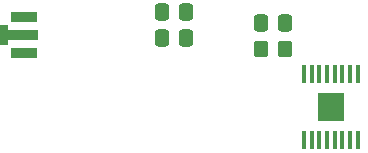
<source format=gbr>
%TF.GenerationSoftware,KiCad,Pcbnew,(6.0.9)*%
%TF.CreationDate,2023-02-05T07:26:13+11:00*%
%TF.ProjectId,SumoBotPCBA001,53756d6f-426f-4745-9043-42413030312e,rev?*%
%TF.SameCoordinates,Original*%
%TF.FileFunction,Paste,Top*%
%TF.FilePolarity,Positive*%
%FSLAX46Y46*%
G04 Gerber Fmt 4.6, Leading zero omitted, Abs format (unit mm)*
G04 Created by KiCad (PCBNEW (6.0.9)) date 2023-02-05 07:26:13*
%MOMM*%
%LPD*%
G01*
G04 APERTURE LIST*
G04 Aperture macros list*
%AMRoundRect*
0 Rectangle with rounded corners*
0 $1 Rounding radius*
0 $2 $3 $4 $5 $6 $7 $8 $9 X,Y pos of 4 corners*
0 Add a 4 corners polygon primitive as box body*
4,1,4,$2,$3,$4,$5,$6,$7,$8,$9,$2,$3,0*
0 Add four circle primitives for the rounded corners*
1,1,$1+$1,$2,$3*
1,1,$1+$1,$4,$5*
1,1,$1+$1,$6,$7*
1,1,$1+$1,$8,$9*
0 Add four rect primitives between the rounded corners*
20,1,$1+$1,$2,$3,$4,$5,0*
20,1,$1+$1,$4,$5,$6,$7,0*
20,1,$1+$1,$6,$7,$8,$9,0*
20,1,$1+$1,$8,$9,$2,$3,0*%
%AMFreePoly0*
4,1,9,5.362500,-0.866500,1.237500,-0.866500,1.237500,-0.450000,-1.237500,-0.450000,-1.237500,0.450000,1.237500,0.450000,1.237500,0.866500,5.362500,0.866500,5.362500,-0.866500,5.362500,-0.866500,$1*%
G04 Aperture macros list end*
%ADD10RoundRect,0.250000X0.337500X0.475000X-0.337500X0.475000X-0.337500X-0.475000X0.337500X-0.475000X0*%
%ADD11R,2.300000X0.900000*%
%ADD12FreePoly0,180.000000*%
%ADD13RoundRect,0.250000X0.350000X0.450000X-0.350000X0.450000X-0.350000X-0.450000X0.350000X-0.450000X0*%
%ADD14R,0.300000X1.600000*%
%ADD15R,2.310000X2.460000*%
%ADD16RoundRect,0.250000X-0.337500X-0.475000X0.337500X-0.475000X0.337500X0.475000X-0.337500X0.475000X0*%
G04 APERTURE END LIST*
D10*
%TO.C,C2*%
X180237500Y-84500000D03*
X178162500Y-84500000D03*
%TD*%
D11*
%TO.C,U1*%
X158150000Y-87000000D03*
D12*
X158062500Y-85500000D03*
D11*
X158150000Y-84000000D03*
%TD*%
D13*
%TO.C,R1*%
X180200000Y-86700000D03*
X178200000Y-86700000D03*
%TD*%
D14*
%TO.C,U3*%
X181825000Y-94400000D03*
X182475000Y-94400000D03*
X183125000Y-94400000D03*
X183775000Y-94400000D03*
X184425000Y-94400000D03*
X185075000Y-94400000D03*
X185725000Y-94400000D03*
X186375000Y-94400000D03*
X186375000Y-88800000D03*
X185725000Y-88800000D03*
X185075000Y-88800000D03*
X184425000Y-88800000D03*
X183775000Y-88800000D03*
X183125000Y-88800000D03*
X182475000Y-88800000D03*
X181825000Y-88800000D03*
D15*
X184100000Y-91600000D03*
%TD*%
D10*
%TO.C,C1*%
X171837500Y-83600000D03*
X169762500Y-83600000D03*
%TD*%
D16*
%TO.C,C3*%
X169762500Y-85800000D03*
X171837500Y-85800000D03*
%TD*%
M02*

</source>
